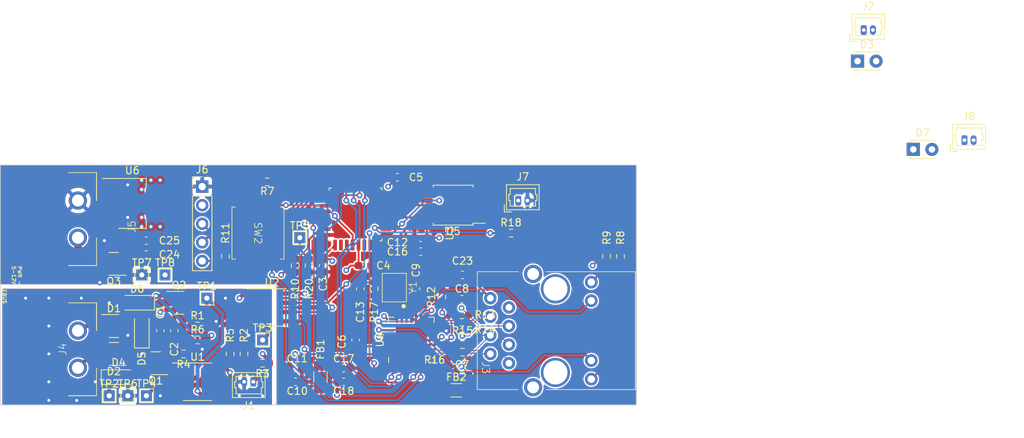
<source format=kicad_pcb>
(kicad_pcb (version 20221018) (generator pcbnew)
  (layers (0 "F.Cu" signal) (1 "In1.Cu" signal) (2 "In2.Cu" signal) (31 "B.Cu" signal) (34 "B.Paste" user) (35 "F.Paste" user) (36 "B.SilkS" user "B.Silkscreen") (37 "F.SilkS" user "F.Silkscreen") (38 "B.Mask" user) (39 "F.Mask" user) (44 "Edge.Cuts" user))
  (net 0 "")
  (net 1 "Net-(D6-K)")
  (net 2 "GND1")
  (net 3 "/EBUS_3.3V")
  (net 4 "+3.3V")
  (net 5 "GND2")
  (net 6 "Net-(U4-VCAP)")
  (net 7 "Net-(U4-OSC1)")
  (net 8 "Net-(C13-Pad1)")
  (net 9 "Net-(U4-RBIAS)")
  (net 10 "/EBUS_SIGNAL")
  (net 11 "Net-(D4-A)")
  (net 12 "/TX+")
  (net 13 "/TX-")
  (net 14 "/RX+")
  (net 15 "/RX-")
  (net 17 "Net-(J3-GLED-)")
  (net 18 "Net-(J3-YLED-)")
  (net 19 "Net-(Q1-B)")
  (net 20 "Net-(U1B-+)")
  (net 21 "/_EBUS_PWR")
  (net 22 "Net-(R4-Pad1)")
  (net 23 "/VIB")
  (net 24 "/NRST")
  (net 25 "/LNK_LED")
  (net 26 "/SPD_LED")
  (net 27 "/NRST_MCU")
  (net 28 "/SWO")
  (net 29 "Net-(U3-PB3)")
  (net 30 "Net-(U4-OSC2)")
  (net 32 "/VOA")
  (net 33 "/RX")
  (net 34 "/TX")
  (net 39 "/QUADSPI_BK1_NCS")
  (net 40 "/QUADSPI_CLK")
  (net 42 "/QUADSPI_BK1_IO3")
  (net 43 "/QUADSPI_BK1_IO2")
  (net 44 "/QUADSPI_BK1_IO1")
  (net 45 "/QUADSPI_BK1_IO0")
  (net 47 "/ETHER_SCK")
  (net 48 "/ETHER_DI")
  (net 49 "/SWDIO")
  (net 50 "/SWCLK")
  (net 52 "/ETHER_INT")
  (net 53 "/ETHER_CS")
  (net 55 "/ETHER_DO")
  (net 58 "+3.3VA")
  (net 59 "Net-(J3-TCT)")
  (net 60 "Net-(J3-RCT)")
  (net 61 "Net-(J3-GND)")
  (net 62 "Net-(Q3-S)")
  (net 63 "Net-(J4-Pin_2)")
  (net 64 "Net-(J4-Pin_1)")
  (net 65 "Net-(J5-In)")
  (net 66 "/BOOT0")
  (net 67 "/_GND1")
  (net 68 "/_GND2")
  (net 69 "/_ACT")
  (net 70 "Net-(J1-Pin_1)")
  (net 71 "Net-(J7-Pin_1)")
  (net 72 "/ACT")
  (footprint "Capacitor_SMD:C_0603_1608Metric_Pad1.08x0.95mm_HandSolder" (layer "F.Cu") (at 132.995 115.6)
    (fp_text reference "C17")
    (fp_text value "10n")
  )
  (footprint "TestPoint:TestPoint_THTPad_1.5x1.5mm_Drill0.7mm" (layer "F.Cu") (at 127 97.79)
    (fp_text reference "TP5")
    (fp_text value "BOOT0")
  )
  (footprint "Capacitor_SMD:C_0603_1608Metric_Pad1.08x0.95mm_HandSolder" (layer "F.Cu") (at 126.4175 115.57 180)
    (fp_text reference "C11")
    (fp_text value "10u")
  )
  (footprint "Resistor_SMD:R_0603_1608Metric_Pad0.98x0.95mm_HandSolder" (layer "F.Cu") (at 149.1488 110.358 180)
    (fp_text reference "R14")
    (fp_text value "49.9 1%")
  )
  (footprint "Resistor_SMD:R_0603_1608Metric_Pad0.98x0.95mm_HandSolder" (layer "F.Cu") (at 111.125 113.665 180)
    (fp_text reference "R4")
    (fp_text value "4k7")
  )
  (footprint "ebus-adapter-footprints:PS-7054SVB" (layer "F.Cu") (at 121.285 97.155 -90)
    (fp_text reference "SW2")
    (fp_text value "PS-7054SVB-6PN" hide)
  )
  (footprint "ebus-adapter-footprints:WJ2EDGRC" (layer "F.Cu") (at 96.69 113.03 90)
    (fp_text reference "J4")
    (fp_text value "WJ2EDGRC-5.08-2P")
  )
  (footprint "Capacitor_SMD:C_0603_1608Metric_Pad1.08x0.95mm_HandSolder" (layer "F.Cu") (at 134.62 111.76 90)
    (fp_text reference "C6")
    (fp_text value "10uF")
  )
  (footprint "Diode_SMD:D_SOD-123" (layer "F.Cu") (at 102.235 116.84)
    (fp_text reference "D4")
    (fp_text value "7.5V/1W")
  )
  (footprint "TestPoint:TestPoint_THTPad_1.5x1.5mm_Drill0.7mm" (layer "F.Cu") (at 106.045 119.38)
    (fp_text reference "TP4")
    (fp_text value "EBUS_3.3")
  )
  (footprint "Capacitor_SMD:C_0603_1608Metric_Pad1.08x0.95mm_HandSolder" (layer "F.Cu") (at 135.255 104.775 -90)
    (fp_text reference "C13")
    (fp_text value "18p")
  )
  (footprint "Connector_Molex:Molex_PicoBlade_53047-0210_1x02_P1.25mm_Vertical" (layer "F.Cu") (at 217.805 84.455)
    (fp_text reference "J8")
    (fp_text value "Conn_01x02_Socket")
  )
  (footprint "Connector_Molex:Molex_PicoBlade_53047-0210_1x02_P1.25mm_Vertical" (layer "F.Cu") (at 156.845 92.71)
    (fp_text reference "J7")
    (fp_text value "Conn_01x02_Socket")
  )
  (footprint "Resistor_SMD:R_0603_1608Metric_Pad0.98x0.95mm_HandSolder" (layer "F.Cu") (at 137.16 104.775 -90)
    (fp_text reference "R17")
    (fp_text value "1M")
  )
  (footprint "Capacitor_SMD:C_0603_1608Metric_Pad1.08x0.95mm_HandSolder" (layer "F.Cu") (at 149.1488 116.5556)
    (fp_text reference "C7")
    (fp_text value "0.1uF")
  )
  (footprint "Resistor_SMD:R_0603_1608Metric_Pad0.98x0.95mm_HandSolder" (layer "F.Cu") (at 116.84 100.33 90)
    (fp_text reference "R11")
    (fp_text value "0")
  )
  (footprint "Package_TO_SOT_SMD:SOT-23" (layer "F.Cu") (at 101.6 109.855)
    (fp_text reference "D1")
    (fp_text value "BAV99")
  )
  (footprint "Capacitor_SMD:C_0603_1608Metric_Pad1.08x0.95mm_HandSolder" (layer "F.Cu") (at 107.95 110.49 -90)
    (fp_text reference "C1")
    (fp_text value "100n")
  )
  (footprint "TestPoint:TestPoint_THTPad_1.5x1.5mm_Drill0.7mm" (layer "F.Cu") (at 100.965 119.38)
    (fp_text reference "TP2")
    (fp_text value "EBUS_SIG")
  )
  (footprint "Resistor_SMD:R_0603_1608Metric_Pad0.98x0.95mm_HandSolder" (layer "F.Cu") (at 121.92 114.935 180)
    (fp_text reference "R3")
    (fp_text value "R")
  )
  (footprint "Resistor_SMD:R_0603_1608Metric_Pad0.98x0.95mm_HandSolder" (layer "F.Cu") (at 170.815 100.33 -90)
    (fp_text reference "R8")
    (fp_text value "330")
  )
  (footprint "Resistor_SMD:R_1206_3216Metric_Pad1.30x1.75mm_HandSolder" (layer "F.Cu") (at 148.3868 118.6384)
    (fp_text reference "FB2")
    (fp_text value "120 Ohm @ 100 MHz")
  )
  (footprint "Resistor_SMD:R_0603_1608Metric_Pad0.98x0.95mm_HandSolder" (layer "F.Cu") (at 113.03 109.855)
    (fp_text reference "R1")
    (fp_text value "100k")
  )
  (footprint "Resistor_SMD:R_0603_1608Metric_Pad0.98x0.95mm_HandSolder" (layer "F.Cu") (at 155.8525 97.155)
    (fp_text reference "R18")
    (fp_text value "R")
  )
  (footprint "Capacitor_SMD:C_0603_1608Metric_Pad1.08x0.95mm_HandSolder" (layer "F.Cu") (at 149.225 102.87 180)
    (fp_text reference "C23")
    (fp_text value "1n/2kV")
  )
  (footprint "Capacitor_SMD:C_0603_1608Metric_Pad1.08x0.95mm_HandSolder" (layer "F.Cu") (at 142.875 104.775 90)
    (fp_text reference "C9")
    (fp_text value "18p")
  )
  (footprint "Package_TO_SOT_SMD:SOT-23" (layer "F.Cu") (at 101.575 101.36 180)
    (fp_text reference "Q3")
    (fp_text value "DMN13H750S")
  )
  (footprint "Capacitor_SMD:C_0603_1608Metric_Pad1.08x0.95mm_HandSolder" (layer "F.Cu") (at 106.02 98.185 180)
    (fp_text reference "C25")
    (fp_text value "C")
  )
  (footprint "Resistor_SMD:R_0603_1608Metric_Pad0.98x0.95mm_HandSolder" (layer "F.Cu") (at 149.225 114.4728 180)
    (fp_text reference "R16")
    (fp_text value "49.9 1%")
  )
  (footprint "ebus-adapter-footprints:YSX321SL" (layer "F.Cu") (at 139.915 104.605 90)
    (fp_text reference "Y1")
    (fp_text value "YSX321SL @25Mhz")
  )
  (footprint "LED_THT:LED_D1.8mm_W3.3mm_H2.4mm" (layer "F.Cu") (at 203.2 73.66)
    (fp_text reference "D3")
    (fp_text value "LED")
  )
  (footprint "Package_SO:SOIC-8_5.23x5.23mm_P1.27mm" (layer "F.Cu") (at 147.955 93.345 180)
    (fp_text reference "U5")
    (fp_text value "W25Q128JVSIQ")
  )
  (footprint "Capacitor_SMD:C_0603_1608Metric_Pad1.08x0.95mm_HandSolder" (layer "F.Cu") (at 140.335 89.535)
    (fp_text reference "C5")
    (fp_text value "100p")
  )
  (footprint "Resistor_SMD:R_0603_1608Metric_Pad0.98x0.95mm_HandSolder" (layer "F.Cu") (at 149.225 112.39 180)
    (fp_text reference "R15")
    (fp_text value "49.9 1%")
  )
  (footprint "Resistor_SMD:R_0603_1608Metric_Pad0.98x0.95mm_HandSolder" (layer "F.Cu") (at 146.4056 105.8876 90)
    (fp_text reference "R12")
    (fp_text value "2.32k 1%")
  )
  (footprint "Resistor_SMD:R_0603_1608Metric_Pad0.98x0.95mm_HandSolder" (layer "F.Cu") (at 149.1488 108.326 180)
    (fp_text reference "R13")
    (fp_text value "49.9 1%")
  )
  (footprint "Package_QFP:LQFP-32_7x7mm_P0.8mm" (layer "F.Cu") (at 134.62 94.615 90)
    (fp_text reference "U3")
    (fp_text value "STM32L412KBTx")
  )
  (footprint "Package_TO_SOT_SMD:SOT-223-3_TabPin2" (layer "F.Cu") (at 104.115 93.105)
    (fp_text reference "U6")
    (fp_text value "AMS1117-3.3")
  )
  (footprint "Resistor_SMD:R_0603_1608Metric_Pad0.98x0.95mm_HandSolder" (layer "F.Cu") (at 126.365 101.6 90)
    (fp_text reference "R10")
    (fp_text value "10k")
  )
  (footprint "Resistor_SMD:R_0603_1608Metric_Pad0.98x0.95mm_HandSolder" (layer "F.Cu") (at 122.555 90.17)
    (fp_text reference "R7")
    (fp_text value "10k")
  )
  (footprint "TestPoint:TestPoint_THTPad_1.5x1.5mm_Drill0.7mm" (layer "F.Cu") (at 108.585 102.87)
    (fp_text reference "TP8")
    (fp_text value "3.3V")
  )
  (footprint "Capacitor_SMD:C_0603_1608Metric_Pad1.08x0.95mm_HandSolder" (layer "F.Cu") (at 135.89 101.6)
    (fp_text reference "C4")
    (fp_text value "100u")
  )
  (footprint "Package_TO_SOT_SMD:SOT-23" (layer "F.Cu") (at 107.315 114.935 180)
    (fp_text reference "Q1")
    (fp_text value "BC817")
  )
  (footprint "Capacitor_SMD:C_0603_1608Metric_Pad1.08x0.95mm_HandSolder" (layer "F.Cu") (at 106.02 100.09)
    (fp_text reference "C24")
    (fp_text value "C")
  )
  (footprint "Connector_Molex:Molex_PicoBlade_53047-0210_1x02_P1.25mm_Vertical" (layer "F.Cu") (at 204.05 69.41)
    (fp_text reference "J2")
    (fp_text value "Conn_01x02_Socket")
  )
  (footprint "ebus-adapter-footprints:HR911105A" (layer "F.Cu") (at 161.925 110.485 -90)
    (fp_text reference "J3")
    (fp_text value "HR911105A")
  )
  (footprint "Package_TO_SOT_SMD:SOT-23" (layer "F.Cu") (at 110.49 106.68)
    (fp_text reference "Q2")
    (fp_text value "BC817")
  )
  (footprint "Connector_Molex:Molex_PicoBlade_53047-0210_1x02_P1.25mm_Vertical" (layer "F.Cu") (at 120.65 117.475 180)
    (fp_text reference "J1")
    (fp_text value "Conn_01x02_Socket")
  )
  (footprint "Resistor_SMD:R_0603_1608Metric_Pad0.98x0.95mm_HandSolder" (layer "F.Cu") (at 168.91 100.33 90)
    (fp_text reference "R9")
    (fp_text value "330")
  )
  (footprint "Diode_SMD:D_SOD-123" (layer "F.Cu") (at 104.775 106.68 180)
    (fp_text reference "D6")
    (fp_text value "3.9V")
  )
  (footprint "Diode_SMD:D_SOD-123" (layer "F.Cu") (at 105.41 110.49 90)
    (fp_text reference "D5")
    (fp_text value "24V/1W")
  )
  (footprint "TestPoint:TestPoint_THTPad_1.5x1.5mm_Drill0.7mm" (layer "F.Cu") (at 114.3 106.045)
    (fp_text reference "TP1")
    (fp_text value "EBUS_RX")
  )
  (footprint "Capacitor_SMD:C_0603_1608Metric_Pad1.08x0.95mm_HandSolder" (layer "F.Cu") (at 149.1488 106.1924)
    (fp_text reference "C8")
    (fp_text value "0.1uF")
  )
  (footprint "Capacitor_SMD:C_0603_1608Metric_Pad1.08x0.95mm_HandSolder" (layer "F.Cu") (at 143.51 99.695 180)
    (fp_text reference "C16")
    (fp_text value "10n")
  )
  (footprint "TestPoint:TestPoint_THTPad_1.5x1.5mm_Drill0.7mm" (layer "F.Cu") (at 105.41 102.87)
    (fp_text reference "TP7")
    (fp_text value "GND2")
  )
  (footprint "Package_TO_SOT_SMD:SOT-23" (layer "F.Cu") (at 101.6 113.665 180)
    (fp_text reference "D2")
    (fp_text value "BAV99")
  )
  (footprint "Resistor_SMD:R_0603_1608Metric_Pad0.98x0.95mm_HandSolder" (layer "F.Cu") (at 119.38 113.665 -90)
    (fp_text reference "R2")
    (fp_text value "33k")
  )
  (footprint "Capacitor_SMD:C_0603_1608Metric_Pad1.08x0.95mm_HandSolder" (layer "F.Cu") (at 109.855 110.49 -90)
    (fp_text reference "C2")
    (fp_text value "10u")
  )
  (footprint "Capacitor_SMD:C_0603_1608Metric_Pad1.08x0.95mm_HandSolder" (layer "F.Cu") (at 132.995 117.475)
    (fp_text reference "C18")
    (fp_text value "10u")
  )
  (footprint "Resistor_SMD:R_0603_1608Metric_Pad0.98x0.95mm_HandSolder" (layer "F.Cu") (at 113.03 111.76)
    (fp_text reference "R6")
    (fp_text value "100k")
  )
  (footprint "Capacitor_SMD:C_0603_1608Metric_Pad1.08x0.95mm_HandSolder" (layer "F.Cu") (at 130.175 101.6 -90)
    (fp_text reference "C3")
    (fp_text value "10u")
  )
  (footprint "Package_SO:SOIC-8_3.9x4.9mm_P1.27mm" (layer "F.Cu") (at 113.03 117.475)
    (fp_text reference "U1")
    (fp_text value "LM358DR")
  )
  (footprint "Resistor_SMD:R_0603_1608Metric_Pad0.98x0.95mm_HandSolder" (layer "F.Cu") (at 128.27 101.6 -90)
    (fp_text reference "R20")
    (fp_text value "10k")
  )
  (footprint "TestPoint:TestPoint_THTPad_1.5x1.5mm_Drill0.7mm" (layer "F.Cu") (at 103.505 119.38)
    (fp_text reference "TP6")
    (fp_text value "GND1")
  )
  (footprint "Package_SO:SOIC-8_3.9x4.9mm_P1.27mm" (layer "F.Cu") (at 123.19 107.315)
    (fp_text reference "U2")
    (fp_text value "ADuM1201BR")
  )
  (footprint "LED_THT:LED_D1.8mm_W3.3mm_H2.4mm" (layer "F.Cu") (at 210.82 85.725)
    (fp_text reference "D7")
    (fp_text value "LED")
  )
  (footprint "Resistor_SMD:R_1206_3216Metric_Pad1.30x1.75mm_HandSolder" (layer "F.Cu") (at 129.82 116.84 90)
    (fp_text reference "FB1")
    (fp_text value "120 Ohm @ 100 MHz")
  )
  (footprint "Resistor_SMD:R_0603_1608Metric_Pad0.98x0.95mm_HandSolder" (layer "F.Cu") (at 117.475 113.665 90)
    (fp_text reference "R5")
    (fp_text value "2M")
  )
  (footprint "TestPoint:TestPoint_THTPad_1.5x1.5mm_Drill0.7mm" (layer "F.Cu") (at 121.92 111.76)
    (fp_text reference "TP3")
    (fp_text value "EBUS_RX_LL")
  )
  (footprint "ebus-adapter-footprints:WJ2EDGRC" (layer "F.Cu") (at 96.69 95.25 90)
    (fp_text reference "J5")
    (fp_text value "PWR")
  )
  (footprint "Connector_PinHeader_2.54mm:PinHeader_1x05_P2.54mm_Vertical" (layer "F.Cu") (at 113.665 90.805)
    (fp_text reference "J6")
    (fp_text value "Conn_01x05_Pin")
  )
  (footprint "Capacitor_SMD:C_0603_1608Metric_Pad1.08x0.95mm_HandSolder" (layer "F.Cu") (at 126.4175 117.475 180)
    (fp_text reference "C10")
    (fp_text value "100u")
  )
  (footprint "Package_DFN_QFN:QFN-28-1EP_6x6mm_P0.65mm_EP4.25x4.25mm" (layer "F.Cu") (at 142.24 111.755 90)
    (fp_text reference "U4")
    (fp_text value "ENC28J60x-ML")
  )
  (footprint "Capacitor_SMD:C_0603_1608Metric_Pad1.08x0.95mm_HandSolder" (layer "F.Cu") (at 143.51 97.79 180)
    (fp_text reference "C12")
    (fp_text value "100p")
  )
  (gr_rect (start 86.09 87.85) (end 172.99 120.65) (stroke (width 0.1)) (fill none) (layer "Edge.Cuts"))
  (gr_text "EBUS" (at 86.36 104.775 -90) (layer "F.SilkS") (effects (font (size 0.5 0.5) (thickness 0.1) bold) (justify left bottom)))
  (gr_text "PWR -+\n5-12V" (at 87.63 101.6 270) (layer "F.SilkS") (effects (font (size 0.5 0.5) (thickness 0.1) bold) (justify left bottom)))
  (segment (start 106.425 108.1025) (end 106.425 106.68) (width 0.5) (layer "F.Cu") (net 1))
  (segment (start 114.3 111.76) (end 114.935 111.125) (width 0.5) (layer "F.Cu") (net 1))
  (segment (start 107.95 109.6275) (end 106.425 108.1025) (width 0.5) (layer "F.Cu") (net 1))
  (segment (start 113.9425 111.76) (end 114.3 111.76) (width 0.5) (layer "F.Cu") (net 1))
  (segment (start 107.375 105.73) (end 106.425 106.68) (width 0.5) (layer "F.Cu") (net 1))
  (segment (start 109.5525 105.73) (end 107.375 105.73) (width 0.5) (layer "F.Cu") (net 1))
  (via (at 114.935 111.125) (size 0.8) (drill 0.4) (layers "F.Cu" "B.Cu") (net 1))
  (via (at 107.375 105.73) (size 0.8) (drill 0.4) (layers "F.Cu" "B.Cu") (net 1))
  (segment (start 107.315 105.79) (end 107.375 105.73) (width 0.5) (layer "B.Cu") (net 1))
  (segment (start 114.935 111.125) (end 112.77 111.125) (width 0.5) (layer "B.Cu") (net 1))
  (segment (start 112.77 111.125) (end 107.375 105.73) (width 0.5) (layer "B.Cu") (net 1))
  (via (at 92.71 109.855) (size 0.8) (drill 0.4) (layers "F.Cu" "B.Cu") (net 2))
  (via (at 118.745 119.38) (size 0.8) (drill 0.4) (layers "F.Cu" "B.Cu") (net 2))
  (via (at 103.505 111.125) (size 0.8) (drill 0.4) (layers "F.Cu" "B.Cu") (net 2))
  (via (at 106.68 116.84) (size 0.8) (drill 0.4) (layers "F.Cu" "B.Cu") (net 2))
  (via (at 92.71 106.045) (size 0.8) (drill 0.4) (layers "F.Cu" "B.Cu") (net 2))
  (via (at 92.71 120.015) (size 0.8) (drill 0.4) (layers "F.Cu" "B.Cu") (net 2))
  (via (at 97.155 106.045) (size 0.8) (drill 0.4) (layers "F.Cu" "B.Cu") (net 2))
  (via (at 100.965 106.68) (size 0.8) (drill 0.4) (layers "F.Cu" "B.Cu") (net 2))
  (via (at 92.71 117.475) (size 0.8) (drill 0.4) (layers "F.Cu" "B.Cu") (net 2))
  (via (at 120.015 111.125) (size 0.8) (drill 0.4) (layers "F.Cu" "B.Cu") (net 2))
  (via (at 96.52 120.015) (size 0.8) (drill 0.4) (layers "F.Cu" "B.Cu") (net 2))
  (via (at 92.71 113.665) (size 0.8) (drill 0.4) (layers "F.Cu" "B.Cu") (net 2))
  (via (at 107.95 119.38) (size 0.8) (drill 0.4) (layers "F.Cu" "B.Cu") (net 2))
  (via (at 99.06 117.475) (size 0.8) (drill 0.4) (layers "F.Cu" "B.Cu") (net 2))
  (via (at 89.535 106.045) (size 0.8) (drill 0.4) (layers "F.Cu" "B.Cu") (net 2))
  (via (at 113.665 113.03) (size 0.8) (drill 0.4) (layers "F.Cu" "B.Cu") (net 2))
  (via (at 105.41 113.665) (size 0.8) (drill 0.4) (layers "F.Cu" "B.Cu") (net 2))
  (via (at 115.57 109.22) (size 0.8) (drill 0.4) (layers "F.Cu" "B.Cu") (net 2))
  (via (at 116.84 106.045) (size 0.8) (drill 0.4) (layers "F.Cu" "B.Cu") (net 2))
  (via (at 121.92 119.38) (size 0.8) (drill 0.4) (layers "F.Cu" "B.Cu") (net 2))
  (segment (start 122.8325 114.935) (end 122.8325 114.5775) (width 0.5) (layer "F.Cu") (net 3))
  (segment (start 109.5525 107.63) (end 108.27 107.63) (width 0.5) (layer "F.Cu") (net 3))
  (segment (start 115.505 115.57) (end 116.84 115.57) (width 0.5) (layer "F.Cu") (net 3))
  (segment (start 115.505 118.11) (end 116.479999 118.11) (width 0.5) (layer "F.Cu") (net 3))
  (segment (start 116.84 115.57) (end 117.475 116.205) (width 0.5) (layer "F.Cu") (net 3))
  (segment (start 117.475 117.114999) (end 117.475 116.205) (width 0.5) (layer "F.Cu") (net 3))
  (segment (start 108.27 107.63) (end 107.95 107.95) (width 0.5) (layer "F.Cu") (net 3))
  (segment (start 109.855 107.9325) (end 109.5525 107.63) (width 0.5) (layer "F.Cu") (net 3))
  (segment (start 122.8325 114.5775) (end 121.92 113.665) (width 0.5) (layer "F.Cu") (net 3))
  (segment (start 119.38 105.41) (end 118.745 106.045) (width 0.5) (layer "F.Cu") (net 3))
  (segment (start 109.855 109.6275) (end 109.855 107.9325) (width 0.5) (layer "F.Cu") (net 3))
  (segment (start 116.479999 118.11) (end 117.475 117.114999) (width 0.5) (layer "F.Cu") (net 3))
  (segment (start 108.585 116.84) (end 106.045 119.38) (width 0.5) (layer "F.Cu") (net 3))
  (segment (start 110.555 116.84) (end 108.585 116.84) (width 0.5) (layer "F.Cu") (net 3))
  (segment (start 120.715 105.41) (end 119.38 105.41) (width 0.5) (layer "F.Cu") (net 3))
  (via (at 117.475 116.205) (size 0.8) (drill 0.4) (layers "F.Cu" "B.Cu") (net 3))
  (via (at 121.92 113.665) (size 0.8) (drill 0.4) (layers "F.Cu" "B.Cu") (net 3))
  (via (at 118.745 106.045) (size 0.8) (drill 0.4) (layers "F.Cu" "B.Cu") (net 3))
  (via (at 107.95 107.95) (size 0.8) (drill 0.4) (layers "F.Cu" "B.Cu") (net 3))
  (segment (start 131.82 98.79) (end 130.175 100.435) (width 0.25) (layer "F.Cu") (net 4))
  (segment (start 106.8825 98.185) (end 106.8825 97.3225) (width 0.5) (layer "F.Cu") (net 4))
  (segment (start 127.28 115.57) (end 127.28 114.58) (width 0.5) (layer "F.Cu") (net 4))
  (segment (start 106.8825 93.4875) (end 107.265 93.105) (width 0.5) (layer "F.Cu") (net 4))
  (segment (start 168.91 99.695) (end 167.005 101.6) (width 0.25) (layer "F.Cu") (net 4))
  (segment (start 138.325 89.535) (end 137.42 90.44) (width 0.25) (layer "F.Cu") (net 4))
  (segment (start 126.365 102.5125) (end 124.8175 102.5125) (width 0.25) (layer "F.Cu") (net 4))
  (segment (start 106.8825 97.3225) (end 107.925 96.28) (width 0.5) (layer "F.Cu") (net 4))
  (segment (start 168.91 99.4175) (end 170.815 99.4175) (width 0.25) (layer "F.Cu") (net 4))
  (segment (start 139.4725 89.535) (end 139.4725 90.3975) (width 0.25) (layer "F.Cu") (net 4))
  (segment (start 168.91 99.4175) (end 168.91 99.695) (width 0.25) (layer "F.Cu") (net 4))
  (segment (start 127.28 117.475) (end 128.905 117.475) (width 0.5) (layer "F.Cu") (net 4))
  (segment (start 100.965 93.105) (end 107.265 93.105) (width 1) (layer "F.Cu") (net 4))
  (segment (start 133.985 101.6) (end 133.35 102.235) (width 0.25) (layer "F.Cu") (net 4))
  (segment (start 127.28 117.475) (end 127.28 115.57) (width 0.5) (layer "F.Cu") (net 4))
  (segment (start 135.0275 101.6) (end 133.985 101.6) (width 0.25) (layer "F.Cu") (net 4))
  (segment (start 135.0275 101.6) (end 135.0275 98.7975) (width 0.25) (layer "F.Cu") (net 4))
  (segment (start 125.665 105.41) (end 127.635 105.41) (width 0.5) (layer "F.Cu") (net 4))
  (segment (start 139.4725 90.3975) (end 139.065 90.805) (width 0.25) (layer "F.Cu") (net 4))
  (segment (start 130.175 100.435) (end 130.175 100.7375) (width 0.25) (layer "F.Cu") (net 4))
  (segment (start 128.905 117.475) (end 129.82 118.39) (width 0.5) (layer "F.Cu") (net 4))
  (segment (start 144.3725 95.2675) (end 144.355 95.25) (width 0.25) (layer "F.Cu") (net 4))
  (segment (start 144.3725 97.79) (end 144.3725 95.2675) (width 0.25) (layer "F.Cu") (net 4))
  (segment (start 139.4725 89.535) (end 138.325 89.535) (width 0.25) (layer "F.Cu") (net 4))
  (segment (start 124.8175 102.5125) (end 124.46 102.87) (width 0.25) (layer "F.Cu") (net 4))
  (segment (start 135.0275 98.7975) (end 135.02 98.79) (width 0.25) (layer "F.Cu") (net 4))
  (segment (start 144.3725 97.79) (end 144.3725 99.695) (width 0.25) (layer "F.Cu") (net 4))
  (segment (start 131.2175 100.7375) (end 131.445 100.965) (width 0.25) (layer "F.Cu") (net 4))
  (segment (start 127.28 114.58) (end 126.365 113.665) (width 0.5) (layer "F.Cu") (net 4))
  (segment (start 130.175 100.7375) (end 131.2175 100.7375) (width 0.25) (layer "F.Cu") (net 4))
  (segment (start 144.3725 97.79) (end 146.05 97.79) (width 0.25) (layer "F.Cu") (net 4))
  (via (at 105.385 91.2) (size 0.8) (drill 0.4) (layers "F.Cu" "B.Cu") (net 4))
  (via (at 105.385 95.01) (size 0.8) (drill 0.4) (layers "F.Cu" "B.Cu") (net 4))
  (via (at 139.065 90.805) (size 0.8) (drill 0.4) (layers "F.Cu" "B.Cu") (net 4))
  (via (at 131.445 100.965) (size 0.8) (drill 0.4) (layers "F.Cu" "B.Cu") (net 4))
  (via (at 105.385 89.93) (size 0.8) (drill 0.4) (layers "F.Cu" "B.Cu") (net 4))
  (via (at 124.46 102.87) (size 0.8) (drill 0.4) (layers "F.Cu" "B.Cu") (net 4))
  (via (at 107.925 96.28) (size 0.8) (drill 0.4) (layers "F.Cu" "B.Cu") (net 4))
  (via (at 167.005 101.6) (size 0.8) (drill 0.4) (layers "F.Cu" "B.Cu") (net 4))
  (via (at 106.655 89.93) (size 0.8) (drill 0.4) (layers "F.Cu" "B.Cu") (net 4))
  (via (at 133.35 102.235) (size 0.8) (drill 0.4) (layers "F.Cu" "B.Cu") (net 4))
  (via (at 146.05 97.79) (size 0.8) (drill 0.4) (layers "F.Cu" "B.Cu") (net 4))
  (via (at 105.385 96.28) (size 0.8) (drill 0.4) (layers "F.Cu" "B.Cu") (net 4))
  (via (at 107.925 89.93) (size 0.8) (drill 0.4) (layers "F.Cu" "B.Cu") (net 4))
  (via (at 126.365 113.665) (size 0.8) (drill 0.4) (layers "F.Cu" "B.Cu") (net 4))
  (via (at 127.635 105.41) (size 0.8) (drill 0.4) (layers "F.Cu" "B.Cu") (net 4))
  (via (at 106.655 96.28) (size 0.8) (drill 0.4) (layers "F.Cu" "B.Cu") (net 4))
  (segment (start 139.065 105.705) (end 139.065 105.605) (width 0.25) (layer "F.Cu") (net 5))
  (segment (start 140.765 103.905) (end 140.765 103.505) (width 0.25) (layer "F.Cu") (net 5))
  (segment (start 139.065 105.605) (end 140.765 103.905) (width 0.25) (layer "F.Cu") (net 5))
  (via (at 103.48 95.01) (size 0.8) (drill 0.4) (layers "F.Cu" "B.Cu") (net 5))
  (via (at 103.48 90.565) (size 0.8) (drill 0.4) (layers "F.Cu" "B.Cu") (net 5))
  (via (at 147.0152 110.5104) (size 0.8) (drill 0.4) (layers "F.Cu" "B.Cu") (net 5))
  (via (at 99.67 103.9) (size 0.8) (drill 0.4) (layers "F.Cu" "B.Cu") (net 5))
  (via (at 100.305 98.185) (size 0.8) (drill 0.4) (layers "F.Cu" "B.Cu") (net 5))
  (segment (start 134.62 112.6225) (end 137.5625 112.6225) (width 0.25) (layer "F.Cu") (net 6))
  (segment (start 138.43 111.755) (end 139.4025 111.755) (width 0.25) (layer "F.Cu") (net 6))
  (segment (start 137.5625 112.6225) (end 138.43 111.755) (width 0.25) (layer "F.Cu") (net 6))
  (segment (start 140.95375 105.51625) (end 140.765 105.705) (width 0.25) (layer "F.Cu") (net 7))
  (segment (start 141.59 106.53) (end 141.59 108.9175) (width 0.25) (layer "F.Cu") (net 7))
  (segment (start 142.86125 105.51625) (end 140.95375 105.51625) (width 0.25) (layer "F.Cu") (net 7))
  (segment (start 140.765 105.705) (end 141.59 106.53) (width 0.25) (layer "F.Cu") (net 7))
  (segment (start 137.11 103.9125) (end 137.16 103.8625) (width 0.25) (layer "F.Cu") (net 8))
  (segment (start 137.14625 103.74125) (end 138.82875 103.74125) (width 0.25) (layer "F.Cu") (net 8))
  (segment (start 138.82875 103.74125) (end 139.065 103.505) (width 0.25) (layer "F.Cu") (net 8))
  (segment (start 135.255 103.9125) (end 137.11 103.9125) (width 0.25) (layer "F.Cu") (net 8))
  (segment (start 146.4564 106.8509) (end 146.4056 106.8001) (width 0.25) (layer "F.Cu") (net 9))
  (segment (start 146.685169 112.405) (end 147.699755 111.390414) (width 0.25) (layer "F.Cu") (net 9))
  (segment (start 145.0775 112.405) (end 146.685169 112.405) (width 0.25) (layer "F.Cu") (net 9))
  (segment (start 146.4564 108.0212) (end 146.4564 106.8509) (width 0.25) (layer "F.Cu") (net 9))
  (via (at 147.699755 111.390414) (size 0.8) (drill 0.4) (layers "F.Cu" "B.Cu") (net 9))
  (via (at 146.4564 108.0212) (size 0.8) (drill 0.4) (layers "F.Cu" "B.Cu") (net 9))
  (segment (start 147.7402 109.305) (end 146.4564 108.0212) (width 0.25) (layer "B.Cu") (net 9))
  (segment (start 147.699755 111.390414) (end 147.7402 111.349969) (width 0.25) (layer "B.Cu") (net 9))
  (segment (start 147.7402 111.349969) (end 147.7402 109.305) (width 0.25) (layer "B.Cu") (net 9))
  (segment (start 105.41 112.14) (end 104.395 112.14) (width 0.5) (layer "F.Cu") (net 10))
  (segment (start 111.5375 112.34) (end 112.1175 111.76) (width 0.5) (layer "F.Cu") (net 10))
  (segment (start 103.725 115.017684) (end 103.725 113.9025) (width 0.5) (layer "F.Cu") (net 10))
  (segment (start 105.61 112.34) (end 111.5375 112.34) (width 0.5) (layer "F.Cu") (net 10))
  (segment (start 100.6625 110.84) (end 102.5375 112.715) (width 0.5) (layer "F.Cu") (net 10))
  (segment (start 101.902684 116.84) (end 103.725 115.017684) (width 0.5) (layer "F.Cu") (net 10))
  (segment (start 112.1175 109.855) (end 112.1175 107.37) (width 0.5) (layer "F.Cu") (net 10))
  (segment (start 100.965 119.38) (end 100.965 117.22) (width 0.5) (layer "F.Cu") (net 10))
  (segment (start 100.965 117.22) (end 100.585 116.84) (width 0.5) (layer "F.Cu") (net 10))
  (segment (start 103.725 113.9025) (end 102.5375 112.715) (width 0.5) (layer "F.Cu") (net 10))
  (segment (start 100.6625 110.805) (end 100.6625 110.84) (width 0.5) (layer "F.Cu") (net 10))
  (segment (start 100.585 116.84) (end 101.902684 116.84) (width 0.5) (layer "F.Cu") (net 10))
  (segment (start 105.41 112.14) (end 105.61 112.34) (width 0.5) (layer "F.Cu") (net 10))
  (segment (start 103.82 112.715) (end 102.5375 112.715) (width 0.5) (layer "F.Cu") (net 10))
  (segment (start 112.1175 107.37) (end 111.4275 106.68) (width 0.5) (layer "F.Cu") (net 10))
  (segment (start 104.395 112.14) (end 103.82 112.715) (width 0.5) (layer "F.Cu") (net 10))
  (segment (start 103.885 116.84) (end 104.4725 116.84) (width 0.5) (layer "F.Cu") (net 11))
  (segment (start 104.4725 116.84) (end 106.3775 114.935) (width 0.5) (layer "F.Cu") (net 11))
  (segment (start 145.846251 113.055) (end 145.985418 113.194167) (width 0.121666) (layer "F.Cu") (net 12))
  (segment (start 153.496448 112.550967) (end 155.575 114.629519) (width 0.121666) (layer "F.Cu") (net 12))
  (segment (start 148.2852 113.194167) (end 148.3125 113.166867) (width 0.121666) (layer "F.Cu") (net 12))
  (segment (start 152.330439 112.550967) (end 153.496448 112.550967) (width 0.121666) (layer "F.Cu") (net 12))
  (segment (start 148.3125 113.166867) (end 148.3125 112.39) (width 0.121666) (layer "F.Cu") (net 12))
  (segment (start 148.2852 113.194167) (end 151.687239 113.194167) (width 0.121666) (layer "F.Cu") (net 12))
  (segment (start 151.687239 113.194167) (end 152.330439 112.550967) (width 0.121666) (layer "F.Cu") (net 12))
  (segment (start 145.985418 113.194167) (end 148.2852 113.194167) (width 0.121666) (layer "F.Cu") (net 12))
  (segment (start 145.0775 113.055) (end 145.846251 113.055) (width 0.121666) (layer "F.Cu") (net 12))
  (segment (start 155.575 114.629519) (end 155.575 114.935) (width 0.121666) (layer "F.Cu") (net 12))
  (segment (start 145.846251 113.705) (end 145.985418 113.565833) (width 0.121666) (layer "F.Cu") (net 13))
  (segment (start 151.786406 113.665) (end 153.035 113.665) (width 0.121666) (layer "F.Cu") (net 13))
  (segment (start 148.3125 113.589333) (end 148.3125 114.4728) (width 0.121666) (layer "F.Cu") (net 13))
  (segment (start 145.985418 113.565833) (end 148.336 113.565833) (width 0.121666) (layer "F.Cu") (net 13))
  (segment (start 151.687239 113.565833) (end 151.786406 113.665) (width 0.121666) (layer "F.Cu") (net 13))
  (segment (start 145.0775 113.705) (end 145.846251 113.705) (width 0.121666) (layer "F.Cu") (net 13))
  (segment (start 148.336 113.565833) (end 148.3125 113.589333) (width 0.121666) (layer "F.Cu") (net 13))
  (segment (start 148.336 113.565833) (end 151.687239 113.565833) (width 0.121666) (layer "F.Cu") (net 13))
  (segment (start 152.230225 107.470967) (end 153.526167 107.470967) (width 0.121666) (layer "F.Cu") (net 14))
  (segment (start 145.0775 110.455) (end 145.216667 110.594167) (width 0.121666) (layer "F.Cu") (net 14))
  (segment (start 154.178 108.1228) (end 154.178 110.998) (width 0.121666) (layer "F.Cu") (net 14))
  (segment (start 146.836625 109.105367) (end 150.595825 109.105367) (width 0.121666) (layer "F.Cu") (net 14))
  (segment (start 145.216667 110.594167) (end 145.347825 110.594167) (width 0.121666) (layer "F.Cu") (net 14))
  (segment (start 150.595825 109.105367) (end 152.230225 107.470967) (width 0.121666) (layer "F.Cu") (net 14))
  (segment (start 153.526167 107.470967) (end 154.178 108.1228) (width 0.121666) (layer "F.Cu") (net 14))
  (segment (start 145.347825 110.594167) (end 146.836625 109.105367) (width 0.121666) (layer "F.Cu") (net 14))
  (segment (start 154.178 110.998) (end 155.575 112.395) (width 0.121666) (layer "F.Cu") (net 14))
  (segment (start 145.560711 110.965833) (end 145.854033 110.672511) (width 0.121666) (layer "F.Cu") (net 15))
  (segment (start 146.990575 109.477033) (end 150.749775 109.477033) (width 0.121666) (layer "F.Cu") (net 15))
  (segment (start 150.749775 109.477033) (end 151.641808 108.585) (width 0.121666) (layer "F.Cu") (net 15))
  (segment (start 145.0775 111.105) (end 145.216667 110.965833) (width 0.121666) (layer "F.Cu") (net 15))
  (segment (start 145.854033 110.613575) (end 146.990575 109.477033) (width 0.121666) (layer "F.Cu") (net 15))
  (segment (start 145.854033 110.672511) (end 145.854033 110.613575) (width 0.121666) (layer "F.Cu") (net 15))
  (segment (start 151.641808 108.585) (end 153.035 108.585) (width 0.121666) (layer "F.Cu") (net 15))
  (segment (start 145.216667 110.965833) (end 145.560711 110.965833) (width 0.121666) (layer "F.Cu") (net 15))
  (segment (start 170.815 101.2425) (end 170.815 113.12) (width 0.25) (layer "F.Cu") (net 17))
  (segment (start 170.815 113.12) (end 166.825 117.11) (width 0.25) (layer "F.Cu") (net 17))
  (segment (start 168.91 101.775) (end 166.825 103.86) (width 0.25) (layer "F.Cu") (net 18))
  (segment (start 168.91 101.2425) (end 168.91 101.775) (width 0.25) (layer "F.Cu") (net 18))
  (segment (start 110.2125 113.925) (end 108.2525 115.885) (width 0.5) (layer "F.Cu") (net 19))
  (segment (start 110.2125 113.665) (end 110.2125 113.925) (width 0.5) (layer "F.Cu") (net 19))
  (segment (start 119.3 112.7525) (end 117.475 114.5775) (width 0.5) (layer "F.Cu") (net 20))
  (segment (start 116.84 119.38) (end 115.505 119.38) (width 0.5) (layer "F.Cu") (net 20))
  (segment (start 114.3 106.045) (end 114.3 109.4975) (width 0.5) (layer "F.Cu") (net 20))
  (segment (start 114.3 109.4975) (end 113.9425 109.855) (width 0.5) (layer "F.Cu") (net 20))
  (segment (start 119.38 112.7525) (end 119.3 112.7525) (width 0.5) (layer "F.Cu") (net 20))
  (segment (start 118.325 115.4275) (end 118.325 117.895) (width 0.5) (layer "F.Cu") (net 20))
  (segment (start 113.665 119.38) (end 113.03 118.745) (width 0.5) (layer "F.Cu") (net 20))
  (segment (start 115.505 119.38) (end 113.665 119.38) (width 0.5) (layer "F.Cu") (net 20))
  (segment (start 117.475 114.5775) (end 118.325 115.4275) (width 0.5) (layer "F.Cu") (net 20))
  (segment (start 118.325 117.895) (end 116.84 119.38) (width 0.5) (layer "F.Cu") (net 20))
  (via (at 113.03 118.745) (size 0.8) (drill 0.4) (layers "F.Cu" "B.Cu") (net 20))
  (segment (start 116.42 112.112082) (end 116.42 108.165) (width 0.5) (layer "B.Cu") (net 20))
  (segment (start 116.42 108.165) (end 114.3 106.045) (width 0.5) (layer "B.Cu") (net 20))
  (segment (start 113.03 115.502082) (end 116.42 112.112082) (width 0.5) (layer "B.Cu") (net 20))
  (segment (start 113.03 118.745) (end 113.03 115.502082) (width 0.5) (layer "B.Cu") (net 20))
  (segment (start 112.0375 113.665) (end 112.0375 114.0875) (width 0.5) (layer "F.Cu") (net 22))
  (segment (start 112.0375 114.0875) (end 110.555 115.57) (width 0.5) (layer "F.Cu") (net 22))
  (segment (start 122.555 111.125) (end 121.92 111.76) (width 0.5) (layer "F.Cu") (net 23))
  (segment (start 122.555 108.815001) (end 122.555 111.125) (width 0.5) (layer "F.Cu") (net 23))
  (segment (start 114.08 116.389999) (end 114.08 115.155) (width 0.5) (layer "F.Cu") (net 23))
  (segment (start 115.505 116.84) (end 114.530001 116.84) (width 0.5) (layer "F.Cu") (net 23))
  (segment (start 119.740001 107.95) (end 120.715 107.95) (width 0.5) (layer "F.Cu") (net 23))
  (segment (start 117.475 112.7525) (end 117.475 110.215001) (width 0.5) (layer "F.Cu") (net 23))
  (segment (start 114.530001 116.84) (end 114.08 116.389999) (width 0.5) (layer "F.Cu") (net 23))
  (segment (start 117.475 110.215001) (end 119.740001 107.95) (width 0.5) (layer "F.Cu") (net 23))
  (segment (start 117.1975 113.03) (end 117.475 112.7525) (width 0.5) (layer "F.Cu") (net 23))
  (segment (start 114.08 115.155) (end 116.205 113.03) (width 0.5) (layer "F.Cu") (net 23))
  (segment (start 120.715 107.95) (end 121.689999 107.95) (width 0.5) (layer "F.Cu") (net 23))
  (segment (start 121.689999 107.95) (end 122.555 108.815001) (width 0.5) (layer "F.Cu") (net 23))
  (segment (start 116.205 113.03) (end 117.1975 113.03) (width 0.5) (layer "F.Cu") (net 23))
  (segment (start 133.985 97.155) (end 134.22 97.39) (width 0.25) (layer "F.Cu") (net 24))
  (segment (start 123.4675 93.1625) (end 123.285 93.345) (width 0.25) (layer "F.Cu") (net 24))
  (segment (start 132.08 95.25) (end 131.791675 94.961675) (width 0.25) (layer "F.Cu") (net 24))
  (segment (start 134.22 97.39) (end 134.22 98.79) (width 0.25) (layer "F.Cu") (net 24))
  (segment (start 131.791675 94.961675) (end 131.791675 94.814615) (width 0.25) (layer "F.Cu") (net 24))
  (segment (start 123.285 93.345) (end 125.095 93.345) (width 0.25) (layer "F.Cu") (net 24))
  (segment (start 133.985 97.155) (end 132.08 95.25) (width 0.25) (layer "F.Cu") (net 24))
  (segment (start 123.4675 90.17) (end 123.4675 93.1625) (width 0.25) (layer "F.Cu") (net 24))
  (via (at 125.095 93.345) (size 0.8) (drill 0.4) (layers "F.Cu" "B.Cu") (net 24))
  (via (at 131.791675 94.814615) (size 0.8) (drill 0.4) (layers "F.Cu" "B.Cu") (net 24))
  (segment (start 131.791675 94.814615) (end 130.32206 93.345) (width 0.25) (layer "B.Cu") (net 24))
  (segment (start 130.32206 93.345) (end 125.095 93.345) (width 0.25) (layer "B.Cu") (net 24))
  (segment (start 139.4025 110.455) (end 137.874082 110.455) (width 0.25) (layer "F.Cu") (net 25))
  (segment (start 137.874082 110.455) (end 137.796525 110.377443) (width 0.25) (layer "F.Cu") (net 25))
  (via (at 137.796525 110.377443) (size 0.8) (drill 0.4) (layers "F.Cu" "B.Cu") (net 25))
  (segment (start 148.798695 116.1132) (end 158.2068 116.1132) (width 0.25) (layer "B.Cu") (net 25))
  (segment (start 160.445 113.875) (end 166.13 113.875) (width 0.25) (layer "B.Cu") (net 25))
  (segment (start 158.2068 116.1132) (end 160.445 113.875) (width 0.25) (layer "B.Cu") (net 25))
  (segment (start 166.13 113.875) (end 166.825 114.57) (width 0.25) (layer "B.Cu") (net 25))
  (segment (start 137.796525 110.377443) (end 143.062938 110.377443) (width 0.25) (layer "B.Cu") (net 25))
  (segment (start 143.062938 110.377443) (end 148.798695 116.1132) (width 0.25) (layer "B.Cu") (net 25))
  (segment (start 139.4025 109.805) (end 138.385 109.805) (width 0.25) (layer "F.Cu") (net 26))
  (segment (start 138.385 109.805) (end 137.795 109.215) (width 0.25) (layer "F.Cu") (net 26))
  (via (at 137.795 109.215) (size 0.8) (drill 0.4) (layers "F.Cu" "B.Cu") (net 26))
  (segment (start 158.115 107.95) (end 165.275 107.95) (width 0.25) (layer "B.Cu") (net 26))
  (segment (start 137.815692 109.235692) (end 142.438603 109.235692) (width 0.25) (layer "B.Cu") (net 26))
  (segment (start 137.795 109.215) (end 137.815692 109.235692) (width 0.25) (layer "B.Cu") (net 26))
  (segment (start 165.275 107.95) (end 166.825 106.4) (width 0.25) (layer "B.Cu") (net 26))
  (segment (start 142.438603 109.235692) (end 146.804295 104.87) (width 0.25) (layer "B.Cu") (net 26))
  (segment (start 155.035 104.87) (end 158.115 107.95) (width 0.25) (layer "B.Cu") (net 26))
  (segment (start 146.804295 104.87) (end 155.035 104.87) (width 0.25) (layer "B.Cu") (net 26))
  (segment (start 143.54 114.5925) (end 143.54 116.805) (width 0.25) (layer "F.Cu") (net 27))
  (segment (start 123.285 100.745) (end 123.285 99.295) (width 0.25) (layer "F.Cu") (net 27))
  (segment (start 129.165 93.415) (end 130.445 93.415) (width 0.25) (layer "F.Cu") (net 27))
  (segment (start 123.19 102.87) (end 123.19 100.84) (width 0.25) (layer "F.Cu") (net 27))
  (segment (start 126.365 100.6875) (end 123.3425 100.6875) (width 0.25) (layer "F.Cu") (net 27))
  (segment (start 123.285 99.295) (end 129.165 93.415) (width 0.25) (layer "F.Cu") (net 27))
  (segment (start 123.3425 100.6875) (end 123.285 100.745) (width 0.25) (layer "F.Cu") (net 27))
  (segment (start 123.19 100.84) (end 123.285 100.745) (width 0.25) (layer "F.Cu") (net 27))
  (segment (start 143.54 116.805) (end 143.51 116.835) (width 0.25) (layer "F.Cu") (net 27))
  (via (at 123.19 102.87) (size 0.8) (drill 0.4) (layers "F.Cu" "B.Cu") (net 27))
  (via (at 143.51 116.835) (size 0.8) (drill 0.4) (layers "F.Cu" "B.Cu") (net 27))
  (segment (start 143.51 116.860302) (end 140.360302 120.01) (width 0.25) (layer "B.Cu") (net 27))
  (segment (start 143.51 116.835) (end 143.51 116.860302) (width 0.25) (layer "B.Cu") (net 27))
  (segment (start 130.805 120.01) (end 125.095 114.3) (width 0.25) (layer "B.Cu") (net 27))
  (segment (start 140.360302 120.01) (end 130.805 120.01) (width 0.25) (layer "B.Cu") (net 27))
  (segment (start 125.095 104.775) (end 123.19 102.87) (width 0.25) (layer "B.Cu") (net 27))
  (segment (start 125.095 114.3) (end 125.095 104.775) (width 0.25) (layer "B.Cu") (net 27))
  (segment (start 113.665 100.965) (end 116.5625 100.965) (width 0.25) (layer "F.Cu") (net 28))
  (segment (start 116.5625 100.965) (end 116.84 101.2425) (width 0.25) (layer "F.Cu") (net 28))
  (segment (start 122.555 98.425) (end 117.8325 98.425) (width 0.25) (layer "F.Cu") (net 29))
  (segment (start 130.445 92.615) (end 128.365 92.615) (width 0.25) (layer "F.Cu") (net 29))
  (segment (start 117.8325 98.425) (end 116.84 99.4175) (width 0.25) (layer "F.Cu") (net 29))
  (segment (start 128.365 92.615) (end 122.555 98.425) (width 0.25) (layer "F.Cu") (net 29))
  (segment (start 138.31 106.73) (end 137.14625 105.56625) (width 0.25) (layer "F.Cu") (net 30))
  (segment (start 140.94 108.9175) (end 140.94 108.405001) (width 0.25) (layer "F.Cu") (net 30))
  (segment (start 140.94 108.405001) (end 139.264999 106.73) (width 0.25) (layer "F.Cu") (net 30))
  (segment (start 139.264999 106.73) (end 138.31 106.73) (width 0.25) (layer "F.Cu") (net 30))
  (segment (start 110.555 118.11) (end 111.529999 118.11) (width 0.5) (layer "F.Cu") (net 32))
  (segment (start 116.205 111.692082) (end 116.205 110.215001) (width 0.5) (layer "F.Cu") (net 32))
  (segment (start 119.740001 106.68) (end 120.715 106.68) (width 0.5) (layer "F.Cu") (net 32))
  (segment (start 116.205 110.215001) (end 119.740001 106.68) (width 0.5) (layer "F.Cu") (net 32))
  (segment (start 111.529999 118.11) (end 113.03 116.609999) (width 0.5) (layer "F.Cu") (net 32))
  (segment (start 113.03 116.609999) (end 113.03 114.867082) (width 0.5) (layer "F.Cu") (net 32))
  (segment (start 113.03 114.867082) (end 116.205 111.692082) (width 0.5) (layer "F.Cu") (net 32))
  (segment (start 135.165 90.585) (end 135.02 90.44) (width 0.25) (layer "F.Cu") (net 33))
  (segment (start 125.665 107.95) (end 130.565307 107.95) (width 0.25) (layer "F.Cu") (net 33))
  (segment (start 130.565307 107.95) (end 130.81 107.95) (width 0.25) (layer "F.Cu") (net 33))
  (segment (start 130.81 107.95) (end 131.445 107.315) (width 0.25) (layer "F.Cu") (net 33))
  (segment (start 135.165 92.002891) (end 135.165 90.585) (width 0.25) (layer "F.Cu") (net 33))
  (via (at 131.445 107.315) (size 0.8) (drill 0.4) (layers "F.Cu" "B.Cu") (net 33))
  (via (at 135.165 92.002891) (size 0.8) (drill 0.4) (layers "F.Cu" "B.Cu") (net 33))
  (segment (start 132.625 95.006595) (end 132.625 92.165) (width 0.25) (layer "B.Cu") (net 33))
  (segment (start 131.445 107.315) (end 130.72 106.59) (width 0.25) (layer "B.Cu") (net 33))
  (segment (start 130.72 96.911595) (end 132.625 95.006595) (width 0.25) (layer "B.Cu") (net 33))
  (segment (start 130.72 106.59) (end 130.72 96.911595) (width 0.25) (layer "B.Cu") (net 33))
  (segment (start 135.134457 91.972348) (end 135.165 92.002891) (width 0.25) (layer "B.Cu") (net 33))
  (segment (start 132.817652 91.972348) (end 135.134457 91.972348) (width 0.25) (layer "B.Cu") (net 33))
  (segment (start 132.625 92.165) (end 132.817652 91.972348) (width 0.25) (layer "B.Cu") (net 33))
  (segment (start 125.665 106.68) (end 130.81 106.68) (width 0.25) (layer "F.Cu") (net 34))
  (segment (start 135.89 92.71) (end 135.89 90.51) (width 0.25) (layer "F.Cu") (net 34))
  (segment (start 135.89 90.51) (end 135.82 90.44) (width 0.25) (layer "F.Cu") (net 34))
  (segment (start 130.81 106.68) (end 133.35 104.14) (width 0.25) (layer "F.Cu") (net 34))
  (via (at 133.35 104.14) (size 0.8) (drill 0.4) (layers "F.Cu" "B.Cu") (net 34))
  (via (at 135.89 92.71) (size 0.8) (drill 0.4) (layers "F.Cu" "B.Cu") (net 34))
  (segment (start 133.35 104.14) (end 135.8 101.69) (width 0.25) (layer "B.Cu") (net 34))
  (segment (start 135.8 92.8) (end 135.89 92.71) (width 0.25) (layer "B.Cu") (net 34))
  (segment (start 135.8 101.69) (end 135.8 92.8) (width 0.25) (layer "B.Cu") (net 34))
  (segment (start 143.52 94.605) (end 139.335 98.79) (width 0.25) (layer "F.Cu") (net 39))
  (segment (start 150.91 94.605) (end 143.52 94.605) (width 0.25) (layer "F.Cu") (net 39))
  (segment (start 151.555 95.25) (end 150.91 94.605) (width 0.25) (layer "F.Cu") (net 39))
  (segment (start 139.335 98.79) (end 137.42 98.79) (width 0.25) (layer "F.Cu") (net 39))
  (segment (start 138.795 97.415) (end 139.44 97.415) (width 0.25) (layer "F.Cu") (net 40))
  (segment (start 139.44 97.415) (end 140.97 95.885) (width 0.25) (layer "F.Cu") (net 40))
  (segment (start 146.05 92.71) (end 144.355 92.71) (width 0.25) (layer "F.Cu") (net 40))
  (via (at 146.05 92.71) (size 0.8) (drill 0.4) (layers "F.Cu" "B.Cu") (net 40))
  (via (at 140.97 95.885) (size 0.8) (drill 0.4) (layers "F.Cu" "B.Cu") (net 40))
  (segment (start 140.97 95.885) (end 144.145 92.71) (width 0.25) (layer "B.Cu") (net 40))
  (segment (start 144.145 92.71) (end 146.05 92.71) (width 0.25) (layer "B.Cu") (net 40))
  (segment (start 142.473604 95.015) (end 138.795 95.015) (width 0.25) (layer "F.Cu") (net 42))
  (segment (start 144.355 93.98) (end 143.508604 93.98) (width 0.25) (layer "F.Cu") (net 42))
  (segment (start 143.508604 93.98) (end 142.473604 95.015) (width 0.25) (layer "F.Cu") (net 42))
  (segment (start 142.880488 93.345) (end 145.659695 93.345) (width 0.25) (layer "F.Cu") (net 43))
  (segment (start 142.010488 94.215) (end 138.795 94.215) (width 0.25) (layer "F.Cu") (net 43))
  (segment (start 145.659695 93.345) (end 145.749695 93.435) (width 0.25) (layer "F.Cu") (net 43))
  (segment (start 150.495 92.71) (end 151.555 92.71) (width 0.25) (layer "F.Cu") (net 43))
  (segment (start 145.749695 93.435) (end 149.77 93.435) (width 0.25) (layer "F.Cu") (net 43))
  (segment (start 149.77 93.435) (end 150.495 92.71) (width 0.25) (layer "F.Cu") (net 43))
  (segment (start 142.880488 93.345) (end 142.010488 94.215) (width 0.25) (layer "F.Cu") (net 43))
  (segment (start 138.795 93.415) (end 142.174092 93.415) (width 0.25) (layer "F.Cu") (net 44))
  (segment (start 150.405 91.985) (end 150.497046 92.077046) (width 0.25) (layer "F.Cu") (net 44))
  (segment (start 152.68 93.654999) (end 152.354999 93.98) (width 0.25) (layer "F.Cu") (net 44))
  (segment (start 142.174092 93.415) (end 143.514092 92.075) (width 0.25) (layer "F.Cu") (net 44))
  (segment (start 143.514092 92.075) (end 145.659695 92.075) (width 0.25) (layer "F.Cu") (net 44))
  (segment (start 152.395908 92.075) (end 152.397954 92.077046) (width 0.25) (layer "F.Cu") (net 44))
  (segment (start 152.68 92.359092) (end 152.68 93.654999) (width 0.25) (layer "F.Cu") (net 44))
  (segment (start 145.749695 91.985) (end 150.405 91.985) (width 0.25) (layer "F.Cu") (net 44))
  (segment (start 145.659695 92.075) (end 145.749695 91.985) (width 0.25) (layer "F.Cu") (net 44))
  (segment (start 152.397954 92.077046) (end 152.68 92.359092) (width 0.25) (layer "F.Cu") (net 44))
  (segment (start 150.497046 92.077046) (end 152.397954 92.077046) (width 0.25) (layer "F.Cu") (net 44))
  (segment (start 152.354999 93.98) (end 151.555 93.98) (width 0.25) (layer "F.Cu") (net 44))
  (segment (start 142.337696 92.615) (end 143.512696 91.44) (width 0.25) (layer "F.Cu") (net 45))
  (segment (start 143.512696 91.44) (end 144.355 91.44) (width 0.25) (layer "F.Cu") (net 45))
  (segment (start 138.795 92.615) (end 142.337696 92.615) (width 0.25) (layer "F.Cu") (net 45))
  (segment (start 141.605 116.739994) (end 141.509994 116.835) (width 0.25) (layer "F.Cu") (net 47))
  (segment (start 141.509994 116.860302) (end 140.810296 117.56) (width 0.25) (layer "F.Cu") (net 47))
  (segment (start 142.24 114.5925) (end 142.24 116.079692) (width 0.25) (layer "F.Cu") (net 47))
  (segment (start 141.605 116.714692) (end 141.605 116.739994) (width 0.25) (layer "F.Cu") (net 47))
  (segment (start 136.525 98.695) (end 136.62 98.79) (width 0.25) (layer "F.Cu") (net 47))
  (segment (start 142.24 116.079692) (end 141.605 116.714692) (width 0.25) (layer "F.Cu") (net 47))
  (segment (start 136.525 97.155) (end 136.525 98.695) (width 0.25) (layer "F.Cu") (net 47))
  (segment (start 139.15 117.56) (end 137.16 115.57) (width 0.25) (layer "F.Cu") (net 47))
  (segment (start 141.509994 116.835) (end 141.509994 116.860302) (width 0.25) (layer "F.Cu") (net 47))
  (segment (start 140.810296 117.56) (end 139.15 117.56) (width 0.25) (layer "F.Cu") (net 47))
  (segment (start 137.16 115.57) (end 137.16 114.935) (width 0.25) (layer "F.Cu") (net 47))
  (via (at 136.525 97.155) (size 0.8) (drill 0.4) (layers "F.Cu" "B.Cu") (net 47))
  (via (at 137.16 114.935) (size 0.8) (drill 0.4) (layers "F.Cu" "B.Cu") (net 47))
  (segment (start 136.525 114.3) (end 136.525 97.155) (width 0.25) (layer "B.Cu") (net 47))
  (segment (start 137.16 114.935) (end 136.525 114.3) (width 0.25) (layer "B.Cu") (net 47))
  (segment (start 140.94 115.104999) (end 139.509988 116.535011) (width 0.25) (layer "F.Cu") (net 48))
  (segment (start 139.509988 116.535011) (end 139.509988 116.835) (width 0.25) (layer "F.Cu") (net 48))
  (segment (start 134.362655 92.697348) (end 134.362655 90.582655) (width 0.25) (layer "F.Cu") (net 48))
  (segment (start 134.362655 90.582655) (end 134.22 90.44) (width 0.25) (layer "F.Cu") (net 48))
  (segment (start 140.94 114.5925) (end 140.94 115.104999) (width 0.25) (layer "F.Cu") (net 48))
  (via (at 139.509988 116.835) (size 0.8) (drill 0.4) (layers "F.Cu" "B.Cu") (net 48))
  (via (at 134.362655 92.697348) (size 0.8) (drill 0.4) (layers "F.Cu" "B.Cu") (net 48))
  (segment (start 138.874988 117.47) (end 138.689988 117.655) (width 0.25) (layer "B.Cu") (net 48))
  (segment (start 132.722792 113.665) (end 132.718896 113.661104) (width 0.25) (layer "B.Cu") (net 48))
  (segment (start 138.689988 117.655) (end 136.712792 117.655) (width 0.25) (layer "B.Cu") (net 48))
  (segment (start 132.718896 113.661104) (end 132.62 113.562208) (width 0.25) (layer "B.Cu") (net 48))
  (segment (start 135.16 93.494693) (end 134.362655 92.697348) (width 0.25) (layer "B.Cu") (net 48))
  (segment (start 139.509988 116.835) (end 138.874988 117.47) (width 0.25) (layer "B.Cu") (net 48))
  (segment (start 136.712792 117.655) (end 132.722792 113.665) (width 0.25) (layer "B.Cu") (net 48))
  (segment (start 132.62 113.562208) (end 132.62 100.606396) (width 0.25) (layer "B.Cu") (net 48))
  (segment (start 132.62 100.606396) (end 132.805698 100.420698) (width 0.25) (layer "B.Cu") (net 48))
  (segment (start 135.16 98.066396) (end 135.16 93.494693) (width 0.25) (layer "B.Cu") (net 48))
  (segment (start 132.805698 100.420698) (end 135.16 98.066396) (width 0.25) (layer "B.Cu") (net 48))
  (segment (start 122.553604 97.153604) (end 114.933604 97.153604) (width 0.25) (layer "F.Cu") (net 49))
  (segment (start 132.294999 89.365) (end 130.342208 89.365) (width 0.25) (layer "F.Cu") (net 49))
  (segment (start 130.342208 89.365) (end 122.553604 97.153604) (width 0.25) (layer "F.Cu") (net 49))
  (segment (start 114.933604 97.153604) (end 113.665 95.885) (width 0.25) (layer "F.Cu") (net 49))
  (segment (start 132.62 89.690001) (end 132.294999 89.365) (width 0.25) (layer "F.Cu") (net 49))
  (segment (start 132.62 90.44) (end 132.62 89.690001) (width 0.25) (layer "F.Cu") (net 49))
  (segment (start 129.903604 90.44) (end 122.554302 97.789302) (width 0.25) (layer "F.Cu") (net 50))
  (segment (start 131.82 90.44) (end 129.903604 90.44) (width 0.25) (layer "F.Cu") (net 50))
  (segment (start 122.554302 97.789302) (end 114.300698 97.789302) (width 0.25) (layer "F.Cu") (net 50))
  (segment (start 114.300698 97.789302) (end 113.665 98.425) (width 0.25) (layer "F.Cu") (net 50))
  (segment (start 128.31 113.705) (end 127.635 113.03) (width 0.25) (layer "F.Cu") (net 52))
  (segment (start 129.303604 94.215) (end 130.445 94.215) (width 0.25) (layer "F.Cu") (net 52))
  (segment (start 137.205 113.705) (end 128.31 113.705) (width 0.25) (layer "F.Cu") (net 52))
  (segment (start 127.677653 95.840951) (end 129.303604 94.215) (width 0.25) (layer "F.Cu") (net 52))
  (segment (start 127.677653 95.927653) (end 127.677653 95.840951) (width 0.25) (layer "F.Cu") (net 52))
  (segment (start 139.4025 113.705) (end 137.205 113.705) (width 0.25) (layer "F.Cu") (net 52))
  (via (at 127.635 113.03) (size 0.8) (drill 0.4) (layers "F.Cu" "B.Cu") (net 52))
  (via (at 127.677653 95.927653) (size 0.8) (drill 0.4) (layers "F.Cu" "B.Cu") (net 52))
  (segment (start 126.91 100.42) (end 128.075 99.255) (width 0.25) (layer "B.Cu") (net 52))
  (segment (start 128.075 96.325) (end 127.677653 95.927653) (width 0.25) (layer "B.Cu") (net 52))
  (segment (start 127.635 109.855) (end 126.91 109.13) (width 0.25) (layer "B.Cu") (net 52))
  (segment (start 127.635 113.03) (end 127.635 109.855) (width 0.25) (layer "B.Cu") (net 52))
  (segment (start 126.91 109.13) (end 126.91 100.42) (width 0.25) (layer "B.Cu") (net 52))
  (segment (start 128.075 99.255) (end 128.075 96.325) (width 0.25) (layer "B.Cu") (net 52))
  (segment (start 142.89 116.454997) (end 142.509997 116.835) (width 0.25) (layer "F.Cu") (net 53))
  (segment (start 142.89 114.5925) (end 142.89 116.454997) (width 0.25) (layer "F.Cu") (net 53))
  (segment (start 128.834848 95.320152) (end 129.14 95.015) (width 0.25) (layer "F.Cu") (net 53))
  (segment (start 129.14 95.015) (end 130.445 95.015) (width 0.25) (layer "F.Cu") (net 53))
  (segment (start 128.834848 96.449848) (end 128.834848 95.320152) (width 0.25) (layer "F.Cu") (net 53))
  (via (at 128.834848 96.449848) (size 0.8) (drill 0.4) (layers "F.Cu" "B.Cu") (net 53))
  (via (at 142.509997 116.835) (size 0.8) (drill 0.4) (layers "F.Cu" "B.Cu") (net 53))
  (segment (start 139.995299 119.375) (end 133.35 119.375) (width 0.25) (layer "B.Cu") (net 53))
  (segment (start 128.905 114.93) (end 128.905 96.52) (width 0.25) (layer "B.Cu") (net 53))
  (segment (start 142.509997 116.835) (end 142.509997 116.860302) (width 0.25) (layer "B.Cu") (net 53))
  (segment (start 142.509997 116.860302) (end 139.995299 119.375) (width 0.25) (layer "B.Cu") (net 53))
  (segment (start 133.35 119.375) (end 128.905 114.93) (width 0.25) (layer "B.Cu") (net 53))
  (segment (start 128.905 96.52) (end 128.834848 96.449848) (width 0.25) (layer "B.Cu") (net 53))
  (segment (start 133.35 119.375) (end 133.345 119.375) (width 0.25) (layer "B.Cu") (net 53))
  (segment (start 140.509991 116.809698) (end 140.509991 116.835) (width 0.25) (layer "F.Cu") (net 55))
  (segment (start 141.59 114.5925) (end 141.59 115.729689) (width 0.25) (layer "F.Cu") (net 55))
  (segment (start 133.35 90.51) (end 133.42 90.44) (width 0.25) (layer "F.Cu") (net 55))
  (segment (start 141.59 115.729689) (end 140.509991 116.809698) (width 0.25) (layer "F.Cu") (net 55))
  (segment (start 133.35 92.71) (end 133.35 90.51) (width 0.25) (layer "F.Cu") (net 55))
  (via (at 140.509991 116.835) (size 0.8) (drill 0.4) (layers "F.Cu" "B.Cu") (net 55))
  (via (at 133.35 92.71) (size 0.8) (drill 0.4) (layers "F.Cu" "B.Cu") (net 55))
  (segment (start 134.71 94.07) (end 133.35 92.71) (width 0.25) (layer "B.Cu") (net 55))
  (segment (start 134.71 97.88) (end 134.71 94.07) (width 0.25) (layer "B.Cu") (net 55))
  (segment (start 132.17 113.748604) (end 132.17 100.42) (width 0.25) (layer "B.Cu") (net 55))
  (segment (start 139.265293 118.105) (end 136.53 118.105) (width 0.25) (layer "B.Cu") (net 55))
  (segment (start 140.509991 116.835) (end 140.509991 116.860302) (width 0.25) (layer "B.Cu") (net 55))
  (segment (start 140.509991 116.860302) (end 139.265293 118.105) (width 0.25) (layer "B.Cu") (net 55))
  (segment (start 132.17 100.42) (end 134.71 97.88) (width 0.25) (layer "B.Cu") (net 55))
  (segment (start 136.526396 118.105) (end 132.17 113.748604) (width 0.25) (layer "B.Cu") (net 55))
  (segment (start 136.53 118.105) (end 136.526396 118.105) (width 0.25) (layer "B.Cu") (net 55))
  (segment (start 132.1325 117.475) (end 132.1325 119.2325) (width 0.5) (layer "F.Cu") (net 58))
  (segment (start 144.1196 107.7164) (end 144.9832 107.7164) (width 0.25) (layer "F.Cu") (net 58))
  (segment (start 129.82 115.29) (end 131.8225 115.29) (width 0.5) (layer "F.Cu") (net 58))
  (segment (start 132.1325 119.2325) (end 132.08 119.285) (width 0.5) (layer "F.Cu") (net 58))
  (segment (start 143.54 108.296) (end 144.1196 107.7164) (width 0.25) (layer "F.Cu") (net 58))
  (segment (start 143.54 108.9175) (end 143.54 108.296) (width 0.25) (layer "F.Cu") (net 58))
  (segment (start 131.8225 115.29) (end 132.1325 115.6) (width 0.5) (layer "F.Cu") (net 58))
  (segment (start 144.19 108.9175) (end 144.19 108.5096) (width 0.25) (layer "F.Cu") (net 58))
  (segment (start 140.29 108.9175) (end 138.911706 108.9175) (width 0.25) (layer "F.Cu") (net 58))
  (segment (start 145.9738 111.755) (end 146.4056 111.3232) (width 0.25) (layer "F.Cu") (net 58))
  (segment (start 138.911706 108.9175) (end 138.504898 108.510692) (width 0.25) (layer "F.Cu") (net 58))
  (segment (start 139.4025 111.105) (end 138.054693 111.105) (width 0.25) (layer "F.Cu") (net 58))
  (segment (start 144.19 108.5096) (end 144.9832 107.7164) (width 0.25) (layer "F.Cu") (net 58))
  (segment (start 145.0775 111.755) (end 145.9738 111.755) (width 0.25) (layer "F.Cu") (net 58))
  (segment (start 138.054693 111.105) (end 137.782348 111.377345) (width 0.25) (layer "F.Cu") (net 58))
  (segment (start 132.1325 117.475) (end 132.1325 115.6) (width 0.5) (layer "F.Cu") (net 58))
  (via (at 144.9832 107.7164) (size 0.8) (drill 0.4) (layers "F.Cu" "B.Cu") (net 58))
  (via (at 137.782348 111.377345) (size 0.8) (drill 0.4) (layers "F.Cu" "B.Cu") (net 58))
  (via (at 132.08 119.285) (size 0.8) (drill 0.4) (layers "F.Cu" "B.Cu") (net 58))
  (via (at 138.504898 108.510692) (size 0.8) (drill 0.4) (layers "F.Cu" "B.Cu") (net 58))
  (via (at 146.4056 111.3232) (size 0.8) (drill 0.4) (layers "F.Cu" "B.Cu") (net 58))
  (segment (start 149.2231 115.3872) (end 150.1375 114.4728) (width 0.121666) (layer "F.Cu") (net 59))
  (segment (start 151.4025 111.125) (end 150.1375 112.39) (width 0.121666) (layer "F.Cu") (net 59))
  (segment (start 150.0113 116.3005) (end 150.0113 116.5556) (width 0.121666) (layer "F.Cu") (net 59))
  (segment (start 153.035 111.125) (end 151.4025 111.125) (width 0.121666) (layer "F.Cu") (net 59))
  (segment (start 150.0113 118.5639) (end 149.9368 118.6384) (width 0.121666) (layer "F.Cu") (net 59))
  (segment (start 150.0113 116.5556) (end 150.0113 118.5639) (width 0.121666) (layer "F.Cu") (net 59))
  (segment (start 149.098 115.3872) (end 150.0113 116.3005) (width 0.121666) (layer "F.Cu") (net 59))
  (segment (start 149.098 115.3872) (end 149.2231 115.3872) (width 0.121666) (layer "F.Cu") (net 59))
  (via (at 149.098 115.3872) (size 0.8) (drill 0.4) (layers "F.Cu" "B.Cu") (net 59))
  (segment (start 149.098 115.062) (end 149.098 115.3872) (width 0.121666) (layer "B.Cu") (net 59))
  (segment (start 153.035 111.125) (end 149.098 115.062) (width 0.121666) (layer "B.Cu") (net 59))
  (segment (start 149.098 107.4116) (end 150.0124 108.326) (width 0.121666) (layer "F.Cu") (net 60))
  (segment (start 149.1996 111.2216) (end 149.1996 111.2197) (width 0.121666) (layer "F.Cu") (net 60))
  (segment (start 150.0113 106.1924) (end 150.0113 108.276) (width 0.121666) (layer "F.Cu") (net 60))
  (segment (start 150.0113 108.276) (end 150.0613 108.326) (width 0.121666) (layer "F.Cu") (net 60))
  (segment (start 149.1996 111.2197) (end 150.0613 110.358) (width 0.121666) (layer "F.Cu") (net 60))
  (segment (start 150.0124 108.326) (end 150.0613 108.326) (width 0.121666) (layer "F.Cu") (net 60))
  (via (at 149.1996 111.2216) (size 0.8) (drill 0.4) (layers "F.Cu" "B.Cu") (net 60))
  (via (at 149.098 107.4116) (size 0.8) (drill 0.4) (layers "F.Cu" "B.Cu") (net 60))
  (segment (start 150.114 111.2216) (end 149.1996 111.2216) (width 0.121666) (layer "B.Cu") (net 60))
  (segment (start 151.511 109.8246) (end 150.114 111.2216) (width 0.121666) (layer "B.Cu") (net 60))
  (segment (start 151.5414 109.855) (end 151.511 109.8246) (width 0.121666) (layer "B.Cu") (net 60))
  (segment (start 155.575 109.855) (end 151.5414 109.855) (width 0.121666) (layer "B.Cu") (net 60))
  (segment (start 151.511 109.8246) (end 149.098 107.4116) (width 0.121666) (layer "B.Cu") (net 60))
  (segment (start 150.0875 103.0975) (end 153.035 106.045) (width 0.25) (layer "F.Cu") (net 61))
  (segment (start 150.0875 102.87) (end 150.0875 103.0975) (width 0.25) (layer "F.Cu") (net 61))
  (segment (start 102.8325 100.09) (end 102.5125 100.41) (width 0.5) (layer "F.Cu") (net 62))
  (segment (start 102.5125 100.41) (end 102.5125 96.9525) (width 1) (layer "F.Cu") (net 62))
  (segment (start 102.5125 96.9525) (end 100.965 95.405) (width 1) (layer "F.Cu") (net 62))
  (segment (start 105.1575 100.09) (end 102.8325 100.09) (width 0.5) (layer "F.Cu") (net 62))
  (segment (start 97.325 109.855) (end 102.5375 109.855) (width 0.5) (layer "F.Cu") (net 63))
  (segment (start 96.69 110.49) (end 97.325 109.855) (width 0.5) (layer "F.Cu") (net 63))
  (segment (start 98.595 113.665) (end 96.69 115.57) (width 0.5) (layer "F.Cu") (net 64))
  (segment (start 100.6625 113.665) (end 98.595 113.665) (width 0.5) (layer "F.Cu") (net 64))
  (segment (start 96.69 99.23) (end 96.69 97.79) (width 1) (layer "F.Cu") (net 65))
  (segment (start 98.82 101.36) (end 96.69 99.23) (width 1) (layer "F.Cu") (net 65))
  (segment (start 100.6375 101.36) (end 98.82 101.36) (width 1) (layer "F.Cu") (net 65))
  (segment (start 128.27 100.6875) (end 128.27 98.040001) (width 0.25) (layer "F.Cu") (net 66))
  (segment (start 129.695001 96.615) (end 130.445 96.615) (width 0.25) (layer "F.Cu") (net 66))
  (segment (start 127 99.4175) (end 128.27 100.6875) (width 0.25) (layer "F.Cu") (net 66))
  (segment (start 128.27 98.040001) (end 129.695001 96.615) (width 0.25) (layer "F.Cu") (net 66))
  (segment (start 127 97.79) (end 127 99.4175) (width 0.25) (layer "F.Cu") (net 66))
  (segment (start 121.0075 114.935) (end 121.0075 117.1175) (width 0.5) (layer "F.Cu") (net 70))
  (segment (start 121.0075 117.1175) (end 120.65 117.475) (width 0.5) (layer "F.Cu") (net 70))
  (segment (start 156.845 97.075) (end 156.765 97.155) (width 0.25) (layer "F.Cu") (net 71))
  (segment (start 156.845 92.71) (end 156.845 97.075) (width 0.25) (layer "F.Cu") (net 71))
  (segment (start 137.232109 96.447891) (end 138.627891 96.447891) (width 0.25) (layer "F.Cu") (net 72))
  (segment (start 154.94 97.155) (end 153.035 97.155) (width 0.25) (layer "F.Cu") (net 72))
  (segment (start 138.627891 96.447891) (end 138.795 96.615) (width 0.25) (layer "F.Cu") (net 72))
  (via (at 137.232109 96.447891) (size 0.8) (drill 0.4) (layers "F.Cu" "B.Cu") (net 72))
  (via (at 153.035 97.155) (size 0.8) (drill 0.4) (layers "F.Cu" "B.Cu") (net 72))
  (segment (start 152.945 97.065) (end 137.849218 97.065) (width 0.25) (layer "B.Cu") (net 72))
  (segment (start 153.035 97.155) (end 152.945 97.065) (width 0.25) (layer "B.Cu") (net 72))
  (segment (start 137.849218 97.065) (end 137.232109 96.447891) (width 0.25) (layer "B.Cu") (net 72))
  (zone (net 4) (net_name "+3.3V") (layer "F.Cu") (priority 3) (connect_pads (clearance 0)) (min_thickness 0.25) (fill yes (thermal_gap 0.5) (thermal_bridge_width 0.5))
    (polygon (pts (xy 104.75 89.295) (xy 104.75 96.915) (xy 109.195 96.915) (xy 109.195 89.295)))
  )
  (zone (net 0) (net_name "") (layers "F.Cu" "In1.Cu" "In2.Cu" "B.Cu") (connect_pads (clearance 0)) (min_thickness 0.25)
    (keepout (tracks not_allowed) (vias not_allowed) (pads not_allowed) (copperpour not_allowed) (footprints allowed))
    (fill (thermal_gap 0.5) (thermal_bridge_width 0.5))
    (polygon (pts (xy 86.36 104.775) (xy 123.19 104.775) (xy 123.19 120.65) (xy 123.825 120.65) (xy 123.825 104.14) (xy 86.36 104.14)))
  )
  (zone (net 5) (net_name "GND2") (layers "F.Cu" "In1.Cu" "B.Cu") (priority 2) (connect_pads (clearance 0)) (min_thickness 0.25) (fill yes (thermal_gap 0.5) (thermal_bridge_width 0.5))
    (polygon (pts (xy 86.106 104.14) (xy 123.825 104.14) (xy 123.825 120.65) (xy 172.974 120.65) (xy 172.974 87.884) (xy 86.106 87.884)))
  )
  (zone (net 2) (net_name "GND1") (layers "F.Cu" "In1.Cu" "B.Cu") (connect_pads (clearance 0)) (min_thickness 0.25) (fill yes (thermal_gap 0.5) (thermal_bridge_width 0.5))
    (polygon (pts (xy 86.36 104.775) (xy 123.19 104.775) (xy 123.19 120.65) (xy 86.36 120.65)))
  )
)
</source>
